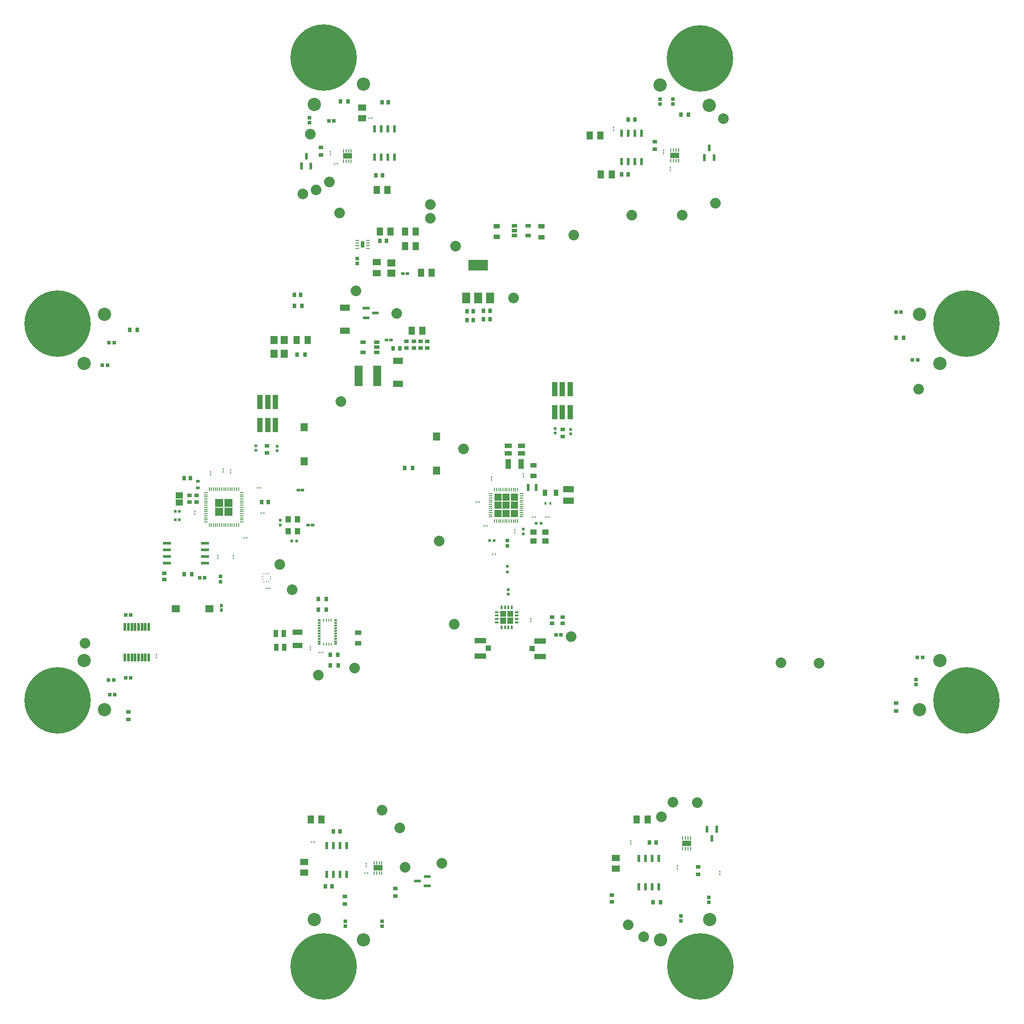
<source format=gtp>
G04*
G04 #@! TF.GenerationSoftware,Altium Limited,Altium Designer,25.8.1 (18)*
G04*
G04 Layer_Color=8421504*
%FSLAX44Y44*%
%MOMM*%
G71*
G04*
G04 #@! TF.SameCoordinates,04EA7D82-FC29-473F-A820-2F6961264695*
G04*
G04*
G04 #@! TF.FilePolarity,Positive*
G04*
G01*
G75*
%ADD16R,1.9000X1.2000*%
%ADD17C,2.0320*%
%ADD18R,0.6000X0.6000*%
%ADD19R,0.6500X0.9000*%
%ADD20R,0.2794X0.7112*%
%ADD21R,1.7018X0.9906*%
%ADD22R,0.9000X0.6500*%
%ADD23R,0.2627X0.3541*%
%ADD24R,1.2500X1.5500*%
%ADD25R,0.5588X1.4605*%
%ADD26R,1.2062X0.9562*%
%ADD27R,1.0000X0.6600*%
%ADD28R,1.0000X2.8000*%
%ADD29R,0.9562X1.2062*%
%ADD30R,0.4500X0.5000*%
%ADD31R,1.3500X0.9500*%
%ADD32R,0.7548X0.2032*%
%ADD33R,0.3541X0.2627*%
%ADD34R,0.5682X0.5725*%
%ADD35R,1.3000X1.0500*%
%ADD36R,0.5725X0.5682*%
%ADD37R,0.2032X0.7548*%
%ADD38R,0.8500X0.7500*%
%ADD39R,2.2000X1.0500*%
%ADD40R,1.5500X1.2500*%
%ADD41R,0.3048X0.7620*%
%ADD42R,0.7500X0.8500*%
%ADD43R,1.5000X2.0000*%
%ADD44R,0.7366X0.2540*%
%ADD45R,0.7112X1.2954*%
%ADD46R,0.6725X0.7154*%
%ADD47R,0.6811X0.5725*%
%ADD48R,1.4000X1.5000*%
%ADD49R,0.1778X0.7620*%
%ADD50R,0.7620X0.1778*%
%ADD51R,0.2750X0.3000*%
%ADD52R,0.7620X0.3048*%
%ADD53R,0.6153X0.5725*%
%ADD54R,0.2500X0.4750*%
%ADD55R,0.4750X0.3500*%
%ADD56R,1.0500X1.3000*%
%ADD57R,0.2500X0.2750*%
%ADD58R,1.5240X0.5334*%
%ADD59R,0.9500X1.3500*%
%ADD60R,0.2750X0.2500*%
%ADD61R,1.5000X1.4000*%
%ADD62R,0.7154X0.6725*%
G04:AMPARAMS|DCode=63|XSize=1.5mm|YSize=0.45mm|CornerRadius=0.0495mm|HoleSize=0mm|Usage=FLASHONLY|Rotation=270.000|XOffset=0mm|YOffset=0mm|HoleType=Round|Shape=RoundedRectangle|*
%AMROUNDEDRECTD63*
21,1,1.5000,0.3510,0,0,270.0*
21,1,1.4010,0.4500,0,0,270.0*
1,1,0.0990,-0.1755,-0.7005*
1,1,0.0990,-0.1755,0.7005*
1,1,0.0990,0.1755,0.7005*
1,1,0.0990,0.1755,-0.7005*
%
%ADD63ROUNDEDRECTD63*%
G04:AMPARAMS|DCode=64|XSize=1.3587mm|YSize=0.5868mm|CornerRadius=0.2934mm|HoleSize=0mm|Usage=FLASHONLY|Rotation=0.000|XOffset=0mm|YOffset=0mm|HoleType=Round|Shape=RoundedRectangle|*
%AMROUNDEDRECTD64*
21,1,1.3587,0.0000,0,0,0.0*
21,1,0.7719,0.5868,0,0,0.0*
1,1,0.5868,0.3859,0.0000*
1,1,0.5868,-0.3859,0.0000*
1,1,0.5868,-0.3859,0.0000*
1,1,0.5868,0.3859,0.0000*
%
%ADD64ROUNDEDRECTD64*%
%ADD65R,1.3587X0.5868*%
%ADD66R,0.5868X1.3587*%
G04:AMPARAMS|DCode=67|XSize=1.3587mm|YSize=0.5868mm|CornerRadius=0.2934mm|HoleSize=0mm|Usage=FLASHONLY|Rotation=90.000|XOffset=0mm|YOffset=0mm|HoleType=Round|Shape=RoundedRectangle|*
%AMROUNDEDRECTD67*
21,1,1.3587,0.0000,0,0,90.0*
21,1,0.7719,0.5868,0,0,90.0*
1,1,0.5868,0.0000,0.3859*
1,1,0.5868,0.0000,-0.3859*
1,1,0.5868,0.0000,-0.3859*
1,1,0.5868,0.0000,0.3859*
%
%ADD67ROUNDEDRECTD67*%
%ADD68C,2.5400*%
%ADD69C,12.7000*%
%ADD70R,1.3500X1.5500*%
%ADD71R,0.7000X0.8500*%
%ADD72R,3.8000X2.0000*%
%ADD73R,0.8000X0.6000*%
%ADD74R,0.9500X0.8000*%
%ADD75R,0.5500X0.6000*%
%ADD76R,1.1000X1.9000*%
%ADD77R,2.0062X1.2549*%
%ADD78R,0.6000X1.4500*%
%ADD79R,1.0500X1.0000*%
%ADD80R,0.5725X0.6153*%
%ADD81R,1.5000X4.0000*%
%ADD82R,1.5500X1.3500*%
%ADD83R,0.5725X0.6811*%
%ADD84R,0.5153X0.4725*%
%ADD85R,1.3562X1.1544*%
%ADD86R,0.8500X0.7000*%
%ADD87R,1.9000X1.1000*%
G36*
X1192165Y1692852D02*
X1178502D01*
Y1706515D01*
X1192165D01*
Y1692852D01*
D02*
G37*
G36*
X1176502D02*
X1162838D01*
Y1706515D01*
X1176502D01*
Y1692852D01*
D02*
G37*
G36*
X1160838D02*
X1147175D01*
Y1706515D01*
X1160838D01*
Y1692852D01*
D02*
G37*
G36*
X646192Y1681210D02*
X630920D01*
Y1696482D01*
X646192D01*
Y1681210D01*
D02*
G37*
G36*
X628920D02*
X613648D01*
Y1696482D01*
X628920D01*
Y1681210D01*
D02*
G37*
G36*
X1192165Y1677188D02*
X1178502D01*
Y1690852D01*
X1192165D01*
Y1677188D01*
D02*
G37*
G36*
X1176502D02*
X1162838D01*
Y1690852D01*
X1176502D01*
Y1677188D01*
D02*
G37*
G36*
X1160838D02*
X1147175D01*
Y1690852D01*
X1160838D01*
Y1677188D01*
D02*
G37*
G36*
X646192Y1663938D02*
X630920D01*
Y1679210D01*
X646192D01*
Y1663938D01*
D02*
G37*
G36*
X628920D02*
X613648D01*
Y1679210D01*
X628920D01*
Y1663938D01*
D02*
G37*
G36*
X1192165Y1661525D02*
X1178502D01*
Y1675188D01*
X1192165D01*
Y1661525D01*
D02*
G37*
G36*
X1176502D02*
X1162838D01*
Y1675188D01*
X1176502D01*
Y1661525D01*
D02*
G37*
G36*
X1160838D02*
X1147175D01*
Y1675188D01*
X1160838D01*
Y1661525D01*
D02*
G37*
G36*
X1183021Y1470950D02*
X1171813D01*
Y1482158D01*
X1183021D01*
Y1470950D01*
D02*
G37*
G36*
X1169813D02*
X1158605D01*
Y1482158D01*
X1169813D01*
Y1470950D01*
D02*
G37*
G36*
X1183021Y1457742D02*
X1171813D01*
Y1468950D01*
X1183021D01*
Y1457742D01*
D02*
G37*
G36*
X1169813D02*
X1158605D01*
Y1468950D01*
X1169813D01*
Y1457742D01*
D02*
G37*
D16*
X962660Y1960020D02*
D03*
Y1916020D02*
D03*
X861060Y2017620D02*
D03*
X861060Y2061620D02*
D03*
D17*
X932180Y1101090D02*
D03*
X1767840Y1381760D02*
D03*
X1041400Y1615440D02*
D03*
X1070610Y1456690D02*
D03*
X880110Y1372870D02*
D03*
X736600Y1570990D02*
D03*
X810260Y1358900D02*
D03*
X1294130Y1432560D02*
D03*
X760730Y1522730D02*
D03*
X1088390Y1791970D02*
D03*
X1695450Y1383030D02*
D03*
X1024890Y2259330D02*
D03*
Y2232660D02*
D03*
X1299210Y2200910D02*
D03*
X853440Y1882140D02*
D03*
X882650Y2094230D02*
D03*
X1073150Y2179320D02*
D03*
X1183640Y2080260D02*
D03*
X960120Y2051050D02*
D03*
X1569720Y2261870D02*
D03*
X1506220Y2239010D02*
D03*
X1584960Y2423160D02*
D03*
X1403350Y881380D02*
D03*
X1466850Y1088390D02*
D03*
X1432560Y858520D02*
D03*
X850900Y2242820D02*
D03*
X364490Y1419860D02*
D03*
X795020Y2393950D02*
D03*
X806450Y2287270D02*
D03*
X831850Y2302510D02*
D03*
X781050Y2279650D02*
D03*
X966470Y1066800D02*
D03*
X976630Y991870D02*
D03*
X1046480Y999490D02*
D03*
X1410110Y2239010D02*
D03*
X1958340Y1906270D02*
D03*
X1535430Y1115060D02*
D03*
X1488440Y1116330D02*
D03*
D18*
X1172210Y1556180D02*
D03*
Y1567180D02*
D03*
D19*
X1915530Y2004060D02*
D03*
X1518550Y2430780D02*
D03*
X1465210Y924560D02*
D03*
X867410Y2456180D02*
D03*
X784860Y1972310D02*
D03*
X779410Y2065020D02*
D03*
X449950Y2019300D02*
D03*
X990600Y1755140D02*
D03*
X976100D02*
D03*
X852910Y2456180D02*
D03*
X464450Y2019300D02*
D03*
X554090Y1551940D02*
D03*
X811000Y1484630D02*
D03*
X848360Y1377950D02*
D03*
X825500Y1504950D02*
D03*
X811000D02*
D03*
X825500Y1484630D02*
D03*
X847990Y1398270D02*
D03*
X833490D02*
D03*
X833860Y1377950D02*
D03*
X770360Y1972310D02*
D03*
X764910Y2065020D02*
D03*
X568590Y1551940D02*
D03*
X1450710Y924560D02*
D03*
X1504050Y2430780D02*
D03*
X1930030Y2004060D02*
D03*
D20*
X1499752Y2343277D02*
D03*
X1522612Y1027557D02*
D03*
X873642Y2342007D02*
D03*
X932062Y980567D02*
D03*
X917058D02*
D03*
X922059D02*
D03*
X927061D02*
D03*
X932062Y1000633D02*
D03*
X927061D02*
D03*
X922059D02*
D03*
X917058D02*
D03*
X858638Y2342007D02*
D03*
X863639D02*
D03*
X868641D02*
D03*
X873642Y2362073D02*
D03*
X868641D02*
D03*
X863639D02*
D03*
X858638D02*
D03*
X1507608Y1047623D02*
D03*
X1512609D02*
D03*
X1517611D02*
D03*
X1522612D02*
D03*
X1517611Y1027557D02*
D03*
X1512609D02*
D03*
X1507608D02*
D03*
X1484748Y2363343D02*
D03*
X1489749D02*
D03*
X1494751D02*
D03*
X1499752D02*
D03*
X1494751Y2343277D02*
D03*
X1489749D02*
D03*
X1484748D02*
D03*
D21*
X1492250Y2353310D02*
D03*
X1515110Y1037590D02*
D03*
X866140Y2352040D02*
D03*
X924560Y990600D02*
D03*
D22*
X1454150Y2365110D02*
D03*
X1915160Y1305560D02*
D03*
X1536700Y978270D02*
D03*
X815340Y2354050D02*
D03*
X957580Y936360D02*
D03*
X861060Y935620D02*
D03*
X447040Y1274180D02*
D03*
X1915160Y1291060D02*
D03*
X815340Y2368550D02*
D03*
X861060Y921120D02*
D03*
X447040Y1288680D02*
D03*
X1536700Y992770D02*
D03*
X1454150Y2379610D02*
D03*
X957580Y950860D02*
D03*
D23*
X1470660Y2357114D02*
D03*
X1375410Y2406653D02*
D03*
X1483360Y2324094D02*
D03*
X1202690Y1743710D02*
D03*
X1578610Y977894D02*
D03*
X1408430Y1041406D02*
D03*
X1497330Y989324D02*
D03*
X1186180Y1631950D02*
D03*
X1216660Y1466850D02*
D03*
X1141730Y1737366D02*
D03*
X833120Y2354574D02*
D03*
X642614Y1751330D02*
D03*
X628650Y1752603D02*
D03*
X604520Y1747520D02*
D03*
X574040Y1667507D02*
D03*
X901700Y993140D02*
D03*
X647700Y1582420D02*
D03*
X618490Y1582414D02*
D03*
X795020Y1408430D02*
D03*
X500380Y1398276D02*
D03*
X1408430Y1036320D02*
D03*
X1375410Y2401567D02*
D03*
X1216660Y1461764D02*
D03*
X500380Y1393190D02*
D03*
X574040Y1672593D02*
D03*
X618490Y1587500D02*
D03*
X647700Y1587506D02*
D03*
X642614Y1746244D02*
D03*
X604520Y1742434D02*
D03*
X628650Y1747517D02*
D03*
X1141730Y1732280D02*
D03*
X1186180Y1637036D02*
D03*
X1202690Y1738624D02*
D03*
X795020Y1413516D02*
D03*
X901712Y998186D02*
D03*
X833120Y2359660D02*
D03*
X1497330Y994410D02*
D03*
X1578610Y982980D02*
D03*
X1483360Y2329180D02*
D03*
X1470660Y2362200D02*
D03*
D24*
X1350190Y2391410D02*
D03*
X1351100Y2316480D02*
D03*
X1419680Y1083310D02*
D03*
X942520Y2287270D02*
D03*
X976450Y2179320D02*
D03*
X1027610Y2128520D02*
D03*
X796290Y1083310D02*
D03*
X1440180D02*
D03*
X922020Y2287270D02*
D03*
X1371600Y2316480D02*
D03*
X997130Y2207260D02*
D03*
X976630D02*
D03*
X948780D02*
D03*
X928280D02*
D03*
X996950Y2179320D02*
D03*
X1007110Y2128520D02*
D03*
X789940Y2000250D02*
D03*
X1329690Y2391410D02*
D03*
X769440Y2000250D02*
D03*
X1009740Y2018030D02*
D03*
X989240D02*
D03*
X816790Y1083310D02*
D03*
D25*
X1428750Y2341308D02*
D03*
X1461770Y954469D02*
D03*
X956310Y2349500D02*
D03*
X864870Y978598D02*
D03*
X918210Y2403983D02*
D03*
X930910D02*
D03*
X943610D02*
D03*
X956310D02*
D03*
X943610Y2349500D02*
D03*
X930910D02*
D03*
X918210D02*
D03*
X1390650Y2395791D02*
D03*
X826770Y1033082D02*
D03*
X1423670Y1008951D02*
D03*
Y954469D02*
D03*
X1436370D02*
D03*
X1461770Y1008951D02*
D03*
X1449070D02*
D03*
X1436370D02*
D03*
X1449070Y954469D02*
D03*
X826770Y978598D02*
D03*
X839470D02*
D03*
X852170D02*
D03*
X864870Y1033082D02*
D03*
X852170D02*
D03*
X839470D02*
D03*
X1403350Y2395791D02*
D03*
X1416050D02*
D03*
X1428750D02*
D03*
X1416050Y2341308D02*
D03*
X1403350D02*
D03*
X1390650D02*
D03*
D26*
X1236980Y2196920D02*
D03*
X1221740Y1760400D02*
D03*
X1151890Y2197100D02*
D03*
X886460Y1419860D02*
D03*
X1151890Y2217600D02*
D03*
X1221740Y1739900D02*
D03*
X886460Y1440360D02*
D03*
X1236980Y2217420D02*
D03*
D27*
X1211580Y2199640D02*
D03*
X1185280Y2209140D02*
D03*
X922470Y1986280D02*
D03*
X1185280Y2199640D02*
D03*
Y2218640D02*
D03*
X1211580D02*
D03*
X896170Y1976780D02*
D03*
Y1995780D02*
D03*
X922470D02*
D03*
Y1976780D02*
D03*
D28*
X1292380Y1905820D02*
D03*
X1277380D02*
D03*
X1262380D02*
D03*
X728740Y1881280D02*
D03*
X713740D02*
D03*
X698740D02*
D03*
X1262380Y1861820D02*
D03*
X1277380D02*
D03*
X1292380D02*
D03*
X698740Y1837280D02*
D03*
X713740D02*
D03*
X728740D02*
D03*
D29*
X1244420Y1708150D02*
D03*
X1264920D02*
D03*
D30*
X1244930Y1687830D02*
D03*
X1254430D02*
D03*
D31*
X1198880Y1798080D02*
D03*
X1173480D02*
D03*
X1198880Y1783080D02*
D03*
X1173480D02*
D03*
D32*
X1199424Y1694020D02*
D03*
X1139916Y1690020D02*
D03*
X1199424Y1662020D02*
D03*
Y1706020D02*
D03*
Y1702020D02*
D03*
Y1698020D02*
D03*
Y1690020D02*
D03*
Y1686020D02*
D03*
Y1682020D02*
D03*
Y1678020D02*
D03*
Y1674020D02*
D03*
Y1670020D02*
D03*
Y1666020D02*
D03*
X1139916Y1662020D02*
D03*
Y1666020D02*
D03*
Y1670020D02*
D03*
Y1674020D02*
D03*
Y1678020D02*
D03*
Y1682020D02*
D03*
Y1686020D02*
D03*
Y1694020D02*
D03*
Y1698020D02*
D03*
Y1702020D02*
D03*
Y1706020D02*
D03*
D33*
X1245864Y1661160D02*
D03*
X1225553D02*
D03*
X908047Y2424430D02*
D03*
X842004Y2336800D02*
D03*
X1112514Y1690370D02*
D03*
X699770Y1717040D02*
D03*
X706126Y1668780D02*
D03*
X1127757Y1644650D02*
D03*
X899160Y980440D02*
D03*
X812797Y1402080D02*
D03*
X797557Y1040130D02*
D03*
X673103Y1621790D02*
D03*
X712470Y1525270D02*
D03*
X913133Y2424430D02*
D03*
X802643Y1040130D02*
D03*
X668017Y1621790D02*
D03*
X701040Y1668780D02*
D03*
X694684Y1717040D02*
D03*
X1117600Y1690370D02*
D03*
X1132843Y1644650D02*
D03*
X1220467Y1661160D02*
D03*
X1250950D02*
D03*
X817883Y1402080D02*
D03*
X717556Y1525270D02*
D03*
X904246Y980440D02*
D03*
X847090Y2336800D02*
D03*
D34*
X1227378Y1649730D02*
D03*
X760018Y1615440D02*
D03*
X1236422Y1649730D02*
D03*
X769062Y1615440D02*
D03*
D35*
X1244670Y1615580D02*
D03*
X1221670Y1633080D02*
D03*
Y1615580D02*
D03*
X1244670Y1633080D02*
D03*
D36*
X1202690Y1638453D02*
D03*
X737870Y1646478D02*
D03*
X1202690Y1629410D02*
D03*
X737870Y1655522D02*
D03*
D37*
X1175670Y1654266D02*
D03*
X1147670Y1713774D02*
D03*
Y1654266D02*
D03*
X1191670D02*
D03*
X1187670D02*
D03*
X1183670D02*
D03*
X1179670D02*
D03*
X1171670D02*
D03*
X1167670D02*
D03*
X1163670D02*
D03*
X1159670D02*
D03*
X1155670D02*
D03*
X1151670D02*
D03*
Y1713774D02*
D03*
X1155670D02*
D03*
X1159670D02*
D03*
X1163670D02*
D03*
X1167670D02*
D03*
X1171670D02*
D03*
X1175670D02*
D03*
X1179670D02*
D03*
X1183670D02*
D03*
X1187670D02*
D03*
X1191670D02*
D03*
D38*
X1277620Y1470560D02*
D03*
X1257300Y1470460D02*
D03*
X1018540Y1997710D02*
D03*
X993140Y1997610D02*
D03*
X1005840D02*
D03*
X979170Y1997510D02*
D03*
X577850Y1702970D02*
D03*
X563880D02*
D03*
X515620Y1541880D02*
D03*
X1257300Y1457960D02*
D03*
X1277620Y1458060D02*
D03*
X577850Y1690470D02*
D03*
X515620Y1554380D02*
D03*
X1018540Y1985210D02*
D03*
X1005840Y1985110D02*
D03*
X993140D02*
D03*
X979170Y1985010D02*
D03*
X563880Y1690470D02*
D03*
D39*
X1234440Y1424450D02*
D03*
Y1394950D02*
D03*
X1120140Y1425230D02*
D03*
Y1395730D02*
D03*
D40*
X1379438Y1009522D02*
D03*
X922020Y2128340D02*
D03*
X894080Y2424250D02*
D03*
X783590Y1002210D02*
D03*
X894080Y2444750D02*
D03*
X922020Y2148840D02*
D03*
X783590Y981710D02*
D03*
X1379438Y989022D02*
D03*
D41*
X1161063Y1450773D02*
D03*
X1167563D02*
D03*
X1174063D02*
D03*
X1180563D02*
D03*
Y1489127D02*
D03*
X1174063D02*
D03*
X1167563D02*
D03*
X1161063D02*
D03*
D42*
X940970Y2189480D02*
D03*
X1126590Y2056130D02*
D03*
Y2039620D02*
D03*
X1094840Y2054860D02*
D03*
Y2038350D02*
D03*
X953770Y1983740D02*
D03*
X777140Y2086610D02*
D03*
X714810Y1690370D02*
D03*
X553720Y1736090D02*
D03*
X566220D02*
D03*
X702310Y1690370D02*
D03*
X1107340Y2038350D02*
D03*
Y2054860D02*
D03*
X1139090Y2039620D02*
D03*
Y2056130D02*
D03*
X966270Y1983740D02*
D03*
X764640Y2086610D02*
D03*
X928470Y2189480D02*
D03*
D43*
X1093330Y2080260D02*
D03*
X1116330D02*
D03*
X1139330D02*
D03*
D44*
X905256Y2175630D02*
D03*
Y2190630D02*
D03*
Y2185630D02*
D03*
Y2180630D02*
D03*
X885444Y2175630D02*
D03*
Y2180630D02*
D03*
Y2185630D02*
D03*
Y2190630D02*
D03*
D45*
X895350Y2183130D02*
D03*
D46*
X885190Y2146594D02*
D03*
X793750Y2415540D02*
D03*
X1953260Y1341414D02*
D03*
Y1350986D02*
D03*
X793750Y2425111D02*
D03*
X1172210Y1616416D02*
D03*
Y1606844D02*
D03*
X885190Y2156166D02*
D03*
X623570Y1547836D02*
D03*
Y1538264D02*
D03*
X862330Y879134D02*
D03*
Y888706D02*
D03*
X932180Y879134D02*
D03*
Y888706D02*
D03*
X1557020Y924854D02*
D03*
Y934426D02*
D03*
X1503680Y898866D02*
D03*
Y889294D02*
D03*
X1488440Y2451394D02*
D03*
Y2460966D02*
D03*
X1464310Y2451394D02*
D03*
Y2460966D02*
D03*
D47*
X949035Y2000250D02*
D03*
X940725D02*
D03*
X972129Y2127250D02*
D03*
X980440D02*
D03*
X772160Y1713230D02*
D03*
X780471D02*
D03*
X791210Y1645920D02*
D03*
X799521D02*
D03*
D48*
X1036320Y1815580D02*
D03*
X783590Y1833360D02*
D03*
Y1768360D02*
D03*
X1036320Y1750580D02*
D03*
D49*
X657920Y1714500D02*
D03*
X601920D02*
D03*
X625920D02*
D03*
X629920D02*
D03*
X601920Y1645920D02*
D03*
X641920D02*
D03*
X621920D02*
D03*
X605920Y1714500D02*
D03*
X609920Y1645920D02*
D03*
X649920Y1714500D02*
D03*
X617920D02*
D03*
X605920Y1645920D02*
D03*
X613920D02*
D03*
X617920D02*
D03*
X625920D02*
D03*
X629920D02*
D03*
X633920D02*
D03*
X637920D02*
D03*
X645920D02*
D03*
X649920D02*
D03*
X653920D02*
D03*
X657920D02*
D03*
X653920Y1714500D02*
D03*
X645920D02*
D03*
X641920D02*
D03*
X633920D02*
D03*
X621920D02*
D03*
X613920D02*
D03*
X609920D02*
D03*
X637920D02*
D03*
D50*
X664210Y1704210D02*
D03*
X595630D02*
D03*
Y1696210D02*
D03*
X664210Y1680210D02*
D03*
Y1708210D02*
D03*
X595630Y1680210D02*
D03*
Y1676210D02*
D03*
X664210Y1668210D02*
D03*
Y1652210D02*
D03*
Y1664210D02*
D03*
Y1672210D02*
D03*
Y1676210D02*
D03*
Y1684210D02*
D03*
Y1688210D02*
D03*
Y1692210D02*
D03*
Y1696210D02*
D03*
Y1700210D02*
D03*
X595630Y1708210D02*
D03*
Y1700210D02*
D03*
Y1692210D02*
D03*
Y1688210D02*
D03*
Y1684210D02*
D03*
Y1672210D02*
D03*
Y1668210D02*
D03*
Y1664210D02*
D03*
Y1660210D02*
D03*
Y1656210D02*
D03*
Y1652210D02*
D03*
X664210Y1656210D02*
D03*
Y1660210D02*
D03*
D51*
X1144185Y1590040D02*
D03*
X1149435D02*
D03*
D52*
X1151636Y1460200D02*
D03*
X1189990Y1466700D02*
D03*
Y1460200D02*
D03*
Y1473200D02*
D03*
Y1479700D02*
D03*
X1151636D02*
D03*
Y1473200D02*
D03*
Y1466700D02*
D03*
D53*
X1138239Y1616710D02*
D03*
X1146810D02*
D03*
D54*
X825540Y1464575D02*
D03*
X835540Y1418325D02*
D03*
X820540D02*
D03*
Y1464575D02*
D03*
X825540Y1418325D02*
D03*
X830540D02*
D03*
X835540Y1464575D02*
D03*
X830540D02*
D03*
D55*
X812415Y1438950D02*
D03*
X843665Y1418950D02*
D03*
Y1458950D02*
D03*
Y1443950D02*
D03*
Y1423950D02*
D03*
Y1428950D02*
D03*
Y1433950D02*
D03*
Y1438950D02*
D03*
Y1448950D02*
D03*
Y1453950D02*
D03*
Y1463950D02*
D03*
X812415D02*
D03*
Y1458950D02*
D03*
Y1453950D02*
D03*
Y1448950D02*
D03*
Y1443950D02*
D03*
Y1433950D02*
D03*
Y1428950D02*
D03*
Y1423950D02*
D03*
Y1418950D02*
D03*
D56*
X770610Y1657490D02*
D03*
X753110Y1634490D02*
D03*
X770610D02*
D03*
X753110Y1657490D02*
D03*
D57*
X716195Y1553255D02*
D03*
X706195D02*
D03*
X711195Y1538005D02*
D03*
X706195D02*
D03*
X716195D02*
D03*
X711195Y1553255D02*
D03*
D58*
X593979Y1611630D02*
D03*
X521081Y1573530D02*
D03*
X593979D02*
D03*
Y1586230D02*
D03*
Y1598930D02*
D03*
X521081Y1611630D02*
D03*
Y1598930D02*
D03*
Y1586230D02*
D03*
D59*
X729220Y1438910D02*
D03*
X730370Y1412240D02*
D03*
X744220Y1438910D02*
D03*
X745370Y1412240D02*
D03*
D60*
X718820Y1543130D02*
D03*
X703570D02*
D03*
Y1548130D02*
D03*
X718820D02*
D03*
D61*
X537730Y1485900D02*
D03*
X602730D02*
D03*
D62*
X442254Y1474470D02*
D03*
X407376Y1951990D02*
D03*
X397804D02*
D03*
X840151Y2419350D02*
D03*
X420076Y1995170D02*
D03*
X1965960Y1393190D02*
D03*
X1956389D02*
D03*
X1265214Y1436370D02*
D03*
X1274786D02*
D03*
X593090Y1545590D02*
D03*
X583519D02*
D03*
X442254Y1353820D02*
D03*
X451826D02*
D03*
X409529Y1350010D02*
D03*
X419100D02*
D03*
X411774Y1322070D02*
D03*
X421346D02*
D03*
X830580Y2419350D02*
D03*
X410504Y1995170D02*
D03*
X1915454Y2053590D02*
D03*
X1925026D02*
D03*
X1947204Y1962150D02*
D03*
X1956776D02*
D03*
X451826Y1474470D02*
D03*
D63*
X447300Y1451400D02*
D03*
X440800D02*
D03*
X473300Y1393400D02*
D03*
X466800D02*
D03*
X486300D02*
D03*
Y1451400D02*
D03*
X479800D02*
D03*
X473300D02*
D03*
X466800D02*
D03*
X453800D02*
D03*
X440800Y1393400D02*
D03*
X447300D02*
D03*
X453800D02*
D03*
X460300D02*
D03*
X479800D02*
D03*
X460300Y1451400D02*
D03*
D64*
X920234Y2052060D02*
D03*
X901700Y2042910D02*
D03*
X1018917Y974350D02*
D03*
X1000383Y965200D02*
D03*
D65*
X901700Y2061210D02*
D03*
X1018917Y956050D02*
D03*
D66*
X778250Y2332613D02*
D03*
X1572520Y1065014D02*
D03*
X1549140Y2349123D02*
D03*
D67*
X787400Y2351147D02*
D03*
X796550Y2332613D02*
D03*
X1567440Y2349123D02*
D03*
X1554220Y1065014D02*
D03*
X1563370Y1046480D02*
D03*
X1558290Y2367657D02*
D03*
D68*
X803327Y2450597D02*
D03*
X897194Y2489478D02*
D03*
X401823Y2049093D02*
D03*
X362942Y1955226D02*
D03*
X1960377Y2049093D02*
D03*
X1999258Y1955226D02*
D03*
X1960377Y1293547D02*
D03*
X1999258Y1387414D02*
D03*
X1558283Y2448890D02*
D03*
X1464417Y2487771D02*
D03*
X362942Y1387414D02*
D03*
X401823Y1293547D02*
D03*
X897194Y853162D02*
D03*
X803327Y892043D02*
D03*
X1465006Y853162D02*
D03*
X1558873Y892043D02*
D03*
D69*
X821100Y2540437D02*
D03*
X311983Y2031320D02*
D03*
X2050217D02*
D03*
Y1311320D02*
D03*
X1540510Y2538730D02*
D03*
X311983Y1311320D02*
D03*
X821100Y802203D02*
D03*
X1541100D02*
D03*
D70*
X745080Y2000250D02*
D03*
X725580D02*
D03*
X745080Y1973580D02*
D03*
X725580D02*
D03*
D71*
X933350Y2315210D02*
D03*
X932180Y2454910D02*
D03*
X944680D02*
D03*
X920850Y2315210D02*
D03*
X836930Y955040D02*
D03*
X824430D02*
D03*
X1444190Y1038860D02*
D03*
X1456690D02*
D03*
X1403450Y2421890D02*
D03*
X1415950D02*
D03*
X1390850Y2316480D02*
D03*
X1403350D02*
D03*
X839470Y1060450D02*
D03*
X851970D02*
D03*
D72*
X1116330Y2143260D02*
D03*
D73*
X580390Y1730040D02*
D03*
Y1717040D02*
D03*
D74*
X1277620Y1829200D02*
D03*
Y1815700D02*
D03*
X712470Y1797850D02*
D03*
Y1784350D02*
D03*
D75*
X1263650Y1830510D02*
D03*
Y1822010D02*
D03*
X1292860Y1829240D02*
D03*
Y1820740D02*
D03*
X731520Y1796660D02*
D03*
Y1788160D02*
D03*
X690880Y1797930D02*
D03*
Y1789430D02*
D03*
D76*
X1198680Y1762760D02*
D03*
X1173680D02*
D03*
D77*
X1289050Y1714423D02*
D03*
Y1692910D02*
D03*
D78*
X1211580Y1718310D02*
D03*
X1227580D02*
D03*
D79*
X1219190Y1409700D02*
D03*
X1135390Y1410480D02*
D03*
D80*
X1173480Y1514159D02*
D03*
Y1522730D02*
D03*
D81*
X887510Y1931670D02*
D03*
X923510D02*
D03*
D82*
X949960Y2128070D02*
D03*
Y2147570D02*
D03*
D83*
X624840Y1492250D02*
D03*
Y1483939D02*
D03*
D84*
X544806Y1672590D02*
D03*
X537234D02*
D03*
X544806Y1656080D02*
D03*
X537234D02*
D03*
D85*
X544830Y1702618D02*
D03*
Y1689100D02*
D03*
D86*
X1371600Y938530D02*
D03*
Y926030D02*
D03*
D87*
X770890Y1441250D02*
D03*
Y1416250D02*
D03*
M02*

</source>
